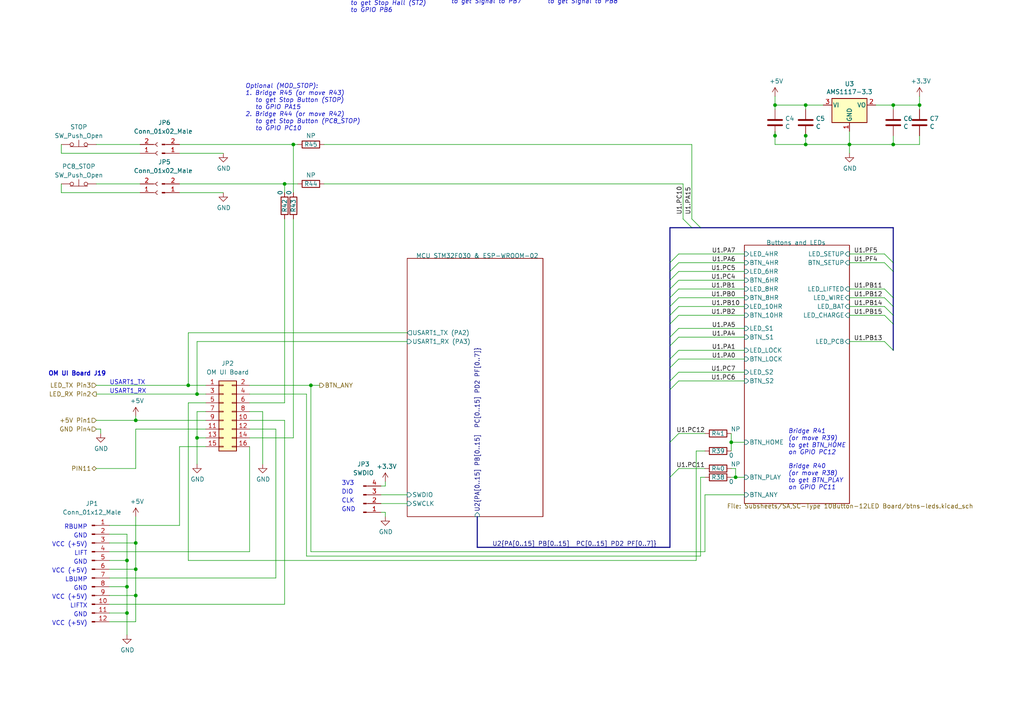
<source format=kicad_sch>
(kicad_sch (version 20211123) (generator eeschema)
  (paper "A4")
  (title_block (title "YardForce SA/SC 10Buttons 12LEDs CoverUI") (date "2023-10-20") (rev "0.1") (comment 1 "(c) Apehaenger") (comment 2 "For https://openmower.de") (comment 3 "RM-ECOW-V1.0.0 2018.06.05 with STM32F030R8T6"))
  (lib_symbols
    (symbol "Connector:Conn_01x02_Female" (pin_names (offset 1.016) hide)
      (property "Reference" "J" (at 0 2.54 0))
      (property "Value" "Conn_01x02_Female" (at 0 -5.08 0))
      (symbol "Conn_01x02_Female_1_1"
        (arc (start 0 -2.032) (mid -0.508 -2.54) (end 0 -3.048) (stroke (width 0.1524)))
        (polyline (pts (xy -1.27 -2.54) (xy -0.508 -2.54)) (stroke (width 0.1524)))
        (polyline (pts (xy -1.27 0) (xy -0.508 0)) (stroke (width 0.1524)))
        (arc (start 0 0.508) (mid -0.508 0) (end 0 -0.508) (stroke (width 0.1524)))
        (pin passive line (at -5.08 0 0) (length 3.81) (name "Pin_1") (number "1"))
        (pin passive line (at -5.08 -2.54 0) (length 3.81) (name "Pin_2") (number "2"))
      )
    )
    (symbol "Connector:Conn_01x02_Male" (pin_names (offset 1.016) hide)
      (property "Reference" "J" (at 0 2.54 0))
      (property "Value" "Conn_01x02_Male" (at 0 -5.08 0))
      (symbol "Conn_01x02_Male_1_1"
        (polyline (pts (xy 1.27 -2.54) (xy 0.8636 -2.54)) (stroke (width 0.1524)))
        (polyline (pts (xy 1.27 0) (xy 0.8636 0)) (stroke (width 0.1524)))
        (rectangle (start 0.8636 -2.413) (end 0 -2.667) (stroke (width 0.1524)) (fill (type outline)))
        (rectangle (start 0.8636 0.127) (end 0 -0.127) (stroke (width 0.1524)) (fill (type outline)))
        (pin passive line (at 5.08 0 180) (length 3.81) (name "Pin_1") (number "1"))
        (pin passive line (at 5.08 -2.54 180) (length 3.81) (name "Pin_2") (number "2"))
      )
    )
    (symbol "Connector:Conn_01x04_Male" (pin_names (offset 1.016) hide)
      (property "Reference" "J" (at 0 5.08 0))
      (property "Value" "Conn_01x04_Male" (at 0 -7.62 0))
      (symbol "Conn_01x04_Male_1_1"
        (polyline (pts (xy 1.27 -5.08) (xy 0.8636 -5.08)) (stroke (width 0.1524)))
        (polyline (pts (xy 1.27 -2.54) (xy 0.8636 -2.54)) (stroke (width 0.1524)))
        (polyline (pts (xy 1.27 0) (xy 0.8636 0)) (stroke (width 0.1524)))
        (polyline (pts (xy 1.27 2.54) (xy 0.8636 2.54)) (stroke (width 0.1524)))
        (rectangle (start 0.8636 -4.953) (end 0 -5.207) (stroke (width 0.1524)) (fill (type outline)))
        (rectangle (start 0.8636 -2.413) (end 0 -2.667) (stroke (width 0.1524)) (fill (type outline)))
        (rectangle (start 0.8636 0.127) (end 0 -0.127) (stroke (width 0.1524)) (fill (type outline)))
        (rectangle (start 0.8636 2.667) (end 0 2.413) (stroke (width 0.1524)) (fill (type outline)))
        (pin passive line (at 5.08 2.54 180) (length 3.81) (name "Pin_1") (number "1"))
        (pin passive line (at 5.08 0 180) (length 3.81) (name "Pin_2") (number "2"))
        (pin passive line (at 5.08 -2.54 180) (length 3.81) (name "Pin_3") (number "3"))
        (pin passive line (at 5.08 -5.08 180) (length 3.81) (name "Pin_4") (number "4"))
      )
    )
    (symbol "Connector:Conn_01x12_Male" (pin_names (offset 1.016) hide)
      (property "Reference" "J" (at 0 15.24 0))
      (property "Value" "Conn_01x12_Male" (at 0 -17.78 0))
      (symbol "Conn_01x12_Male_1_1"
        (polyline (pts (xy 1.27 -15.24) (xy 0.8636 -15.24)) (stroke (width 0.1524)))
        (polyline (pts (xy 1.27 -12.7) (xy 0.8636 -12.7)) (stroke (width 0.1524)))
        (polyline (pts (xy 1.27 -10.16) (xy 0.8636 -10.16)) (stroke (width 0.1524)))
        (polyline (pts (xy 1.27 -7.62) (xy 0.8636 -7.62)) (stroke (width 0.1524)))
        (polyline (pts (xy 1.27 -5.08) (xy 0.8636 -5.08)) (stroke (width 0.1524)))
        (polyline (pts (xy 1.27 -2.54) (xy 0.8636 -2.54)) (stroke (width 0.1524)))
        (polyline (pts (xy 1.27 0) (xy 0.8636 0)) (stroke (width 0.1524)))
        (polyline (pts (xy 1.27 2.54) (xy 0.8636 2.54)) (stroke (width 0.1524)))
        (polyline (pts (xy 1.27 5.08) (xy 0.8636 5.08)) (stroke (width 0.1524)))
        (polyline (pts (xy 1.27 7.62) (xy 0.8636 7.62)) (stroke (width 0.1524)))
        (polyline (pts (xy 1.27 10.16) (xy 0.8636 10.16)) (stroke (width 0.1524)))
        (polyline (pts (xy 1.27 12.7) (xy 0.8636 12.7)) (stroke (width 0.1524)))
        (rectangle (start 0.8636 -15.113) (end 0 -15.367) (stroke (width 0.1524)) (fill (type outline)))
        (rectangle (start 0.8636 -12.573) (end 0 -12.827) (stroke (width 0.1524)) (fill (type outline)))
        (rectangle (start 0.8636 -10.033) (end 0 -10.287) (stroke (width 0.1524)) (fill (type outline)))
        (rectangle (start 0.8636 -7.493) (end 0 -7.747) (stroke (width 0.1524)) (fill (type outline)))
        (rectangle (start 0.8636 -4.953) (end 0 -5.207) (stroke (width 0.1524)) (fill (type outline)))
        (rectangle (start 0.8636 -2.413) (end 0 -2.667) (stroke (width 0.1524)) (fill (type outline)))
        (rectangle (start 0.8636 0.127) (end 0 -0.127) (stroke (width 0.1524)) (fill (type outline)))
        (rectangle (start 0.8636 2.667) (end 0 2.413) (stroke (width 0.1524)) (fill (type outline)))
        (rectangle (start 0.8636 5.207) (end 0 4.953) (stroke (width 0.1524)) (fill (type outline)))
        (rectangle (start 0.8636 7.747) (end 0 7.493) (stroke (width 0.1524)) (fill (type outline)))
        (rectangle (start 0.8636 10.287) (end 0 10.033) (stroke (width 0.1524)) (fill (type outline)))
        (rectangle (start 0.8636 12.827) (end 0 12.573) (stroke (width 0.1524)) (fill (type outline)))
        (pin passive line (at 5.08 12.7 180) (length 3.81) (name "Pin_1") (number "1"))
        (pin passive line (at 5.08 -10.16 180) (length 3.81) (name "Pin_10") (number "10"))
        (pin passive line (at 5.08 -12.7 180) (length 3.81) (name "Pin_11") (number "11"))
        (pin passive line (at 5.08 -15.24 180) (length 3.81) (name "Pin_12") (number "12"))
        (pin passive line (at 5.08 10.16 180) (length 3.81) (name "Pin_2") (number "2"))
        (pin passive line (at 5.08 7.62 180) (length 3.81) (name "Pin_3") (number "3"))
        (pin passive line (at 5.08 5.08 180) (length 3.81) (name "Pin_4") (number "4"))
        (pin passive line (at 5.08 2.54 180) (length 3.81) (name "Pin_5") (number "5"))
        (pin passive line (at 5.08 0 180) (length 3.81) (name "Pin_6") (number "6"))
        (pin passive line (at 5.08 -2.54 180) (length 3.81) (name "Pin_7") (number "7"))
        (pin passive line (at 5.08 -5.08 180) (length 3.81) (name "Pin_8") (number "8"))
        (pin passive line (at 5.08 -7.62 180) (length 3.81) (name "Pin_9") (number "9"))
      )
    )
    (symbol "Connector_Generic:Conn_02x08_Odd_Even" (pin_names (offset 1.016) hide)
      (property "Reference" "J" (at 1.27 10.16 0))
      (property "Value" "Conn_02x08_Odd_Even" (at 1.27 -12.7 0))
      (symbol "Conn_02x08_Odd_Even_1_1"
        (rectangle (start -1.27 -10.033) (end 0 -10.287) (stroke (width 0.1524)))
        (rectangle (start -1.27 -7.493) (end 0 -7.747) (stroke (width 0.1524)))
        (rectangle (start -1.27 -4.953) (end 0 -5.207) (stroke (width 0.1524)))
        (rectangle (start -1.27 -2.413) (end 0 -2.667) (stroke (width 0.1524)))
        (rectangle (start -1.27 0.127) (end 0 -0.127) (stroke (width 0.1524)))
        (rectangle (start -1.27 2.667) (end 0 2.413) (stroke (width 0.1524)))
        (rectangle (start -1.27 5.207) (end 0 4.953) (stroke (width 0.1524)))
        (rectangle (start -1.27 7.747) (end 0 7.493) (stroke (width 0.1524)))
        (rectangle (start -1.27 8.89) (end 3.81 -11.43) (stroke (width 0.254)) (fill (type background)))
        (rectangle (start 3.81 -10.033) (end 2.54 -10.287) (stroke (width 0.1524)))
        (rectangle (start 3.81 -7.493) (end 2.54 -7.747) (stroke (width 0.1524)))
        (rectangle (start 3.81 -4.953) (end 2.54 -5.207) (stroke (width 0.1524)))
        (rectangle (start 3.81 -2.413) (end 2.54 -2.667) (stroke (width 0.1524)))
        (rectangle (start 3.81 0.127) (end 2.54 -0.127) (stroke (width 0.1524)))
        (rectangle (start 3.81 2.667) (end 2.54 2.413) (stroke (width 0.1524)))
        (rectangle (start 3.81 5.207) (end 2.54 4.953) (stroke (width 0.1524)))
        (rectangle (start 3.81 7.747) (end 2.54 7.493) (stroke (width 0.1524)))
        (pin passive line (at -5.08 7.62 0) (length 3.81) (name "Pin_1") (number "1"))
        (pin passive line (at 7.62 -2.54 180) (length 3.81) (name "Pin_10") (number "10"))
        (pin passive line (at -5.08 -5.08 0) (length 3.81) (name "Pin_11") (number "11"))
        (pin passive line (at 7.62 -5.08 180) (length 3.81) (name "Pin_12") (number "12"))
        (pin passive line (at -5.08 -7.62 0) (length 3.81) (name "Pin_13") (number "13"))
        (pin passive line (at 7.62 -7.62 180) (length 3.81) (name "Pin_14") (number "14"))
        (pin passive line (at -5.08 -10.16 0) (length 3.81) (name "Pin_15") (number "15"))
        (pin passive line (at 7.62 -10.16 180) (length 3.81) (name "Pin_16") (number "16"))
        (pin passive line (at 7.62 7.62 180) (length 3.81) (name "Pin_2") (number "2"))
        (pin passive line (at -5.08 5.08 0) (length 3.81) (name "Pin_3") (number "3"))
        (pin passive line (at 7.62 5.08 180) (length 3.81) (name "Pin_4") (number "4"))
        (pin passive line (at -5.08 2.54 0) (length 3.81) (name "Pin_5") (number "5"))
        (pin passive line (at 7.62 2.54 180) (length 3.81) (name "Pin_6") (number "6"))
        (pin passive line (at -5.08 0 0) (length 3.81) (name "Pin_7") (number "7"))
        (pin passive line (at 7.62 0 180) (length 3.81) (name "Pin_8") (number "8"))
        (pin passive line (at -5.08 -2.54 0) (length 3.81) (name "Pin_9") (number "9"))
      )
    )
    (symbol "Device:C" (pin_numbers hide) (pin_names (offset 0.254))
      (property "Reference" "C" (at 0.635 2.54 0))
      (property "Value" "C" (at 0.635 -2.54 0))
      (symbol "C_0_1"
        (polyline (pts (xy -2.032 -0.762) (xy 2.032 -0.762)) (stroke (width 0.508)))
        (polyline (pts (xy -2.032 0.762) (xy 2.032 0.762)) (stroke (width 0.508)))
      )
      (symbol "C_1_1"
        (pin passive line (at 0 3.81 270) (length 2.794) (name "~") (number "1"))
        (pin passive line (at 0 -3.81 90) (length 2.794) (name "~") (number "2"))
      )
    )
    (symbol "Device:R" (pin_numbers hide) (pin_names (offset 0))
      (property "Reference" "R" (at 2.032 0 90))
      (property "Value" "R" (at 0 0 90))
      (symbol "R_0_1"
        (rectangle (start -1.016 -2.54) (end 1.016 2.54) (stroke (width 0.254)))
      )
      (symbol "R_1_1"
        (pin passive line (at 0 3.81 270) (length 1.27) (name "~") (number "1"))
        (pin passive line (at 0 -3.81 90) (length 1.27) (name "~") (number "2"))
      )
    )
    (symbol "Regulator_Linear:AMS1117-3.3" (pin_names (offset 0.254))
      (property "Reference" "U" (at -3.81 3.175 0))
      (property "Value" "AMS1117-3.3" (at 0 3.175 0))
      (symbol "AMS1117-3.3_0_1"
        (rectangle (start -5.08 -5.08) (end 5.08 1.905) (stroke (width 0.254)) (fill (type background)))
      )
      (symbol "AMS1117-3.3_1_1"
        (pin power_in line (at 0 -7.62 90) (length 2.54) (name "GND") (number "1"))
        (pin power_out line (at 7.62 0 180) (length 2.54) (name "VO") (number "2"))
        (pin power_in line (at -7.62 0 0) (length 2.54) (name "VI") (number "3"))
      )
    )
    (symbol "Switch:SW_Push_Open" (pin_numbers hide) (pin_names (offset 1.016) hide)
      (property "Reference" "SW" (at 0 2.54 0))
      (property "Value" "SW_Push_Open" (at 0 -1.905 0))
      (symbol "SW_Push_Open_0_1"
        (circle (center -2.032 0) (radius 0.508))
        (polyline (pts (xy -2.54 -0.635) (xy 2.54 -0.635)))
        (polyline (pts (xy 0 -0.635) (xy 0 1.27)))
        (circle (center 2.032 0) (radius 0.508))
        (pin passive line (at -5.08 0 0) (length 2.54) (name "A") (number "1"))
      )
      (symbol "SW_Push_Open_1_1"
        (pin passive line (at 5.08 0 180) (length 2.54) (name "B") (number "2"))
      )
    )
    (symbol "power:+3.3V" (power) (pin_names (offset 0))
      (property "Value" "+3.3V" (at 0 3.556 0))
      (symbol "+3.3V_0_1"
        (polyline (pts (xy -0.762 1.27) (xy 0 2.54)))
        (polyline (pts (xy 0 0) (xy 0 2.54)))
        (polyline (pts (xy 0 2.54) (xy 0.762 1.27)))
      )
      (symbol "+3.3V_1_1"
        (pin power_in line (at 0 0 90) (length 0) hide (name "+3.3V") (number "1"))
      )
    )
    (symbol "power:+5V" (power) (pin_names (offset 0))
      (property "Value" "+5V" (at 0 3.556 0))
      (symbol "+5V_0_1"
        (polyline (pts (xy -0.762 1.27) (xy 0 2.54)))
        (polyline (pts (xy 0 0) (xy 0 2.54)))
        (polyline (pts (xy 0 2.54) (xy 0.762 1.27)))
      )
      (symbol "+5V_1_1"
        (pin power_in line (at 0 0 90) (length 0) hide (name "+5V") (number "1"))
      )
    )
    (symbol "power:GND" (power) (pin_names (offset 0))
      (property "Value" "GND" (at 0 -3.81 0))
      (symbol "GND_0_1"
        (polyline (pts (xy 0 0) (xy 0 -1.27) (xy 1.27 -1.27) (xy 0 -2.54) (xy -1.27 -1.27) (xy 0 -1.27)))
      )
      (symbol "GND_1_1"
        (pin power_in line (at 0 0 270) (length 0) hide (name "GND") (number "1"))
      )
    )
  )
  (junction (at 224.79 39.37))
  (junction (at 57.15 114.3))
  (junction (at 36.83 162.56))
  (junction (at 57.15 127))
  (junction (at 246.38 41.91))
  (junction (at 233.68 41.91))
  (junction (at 36.83 170.18))
  (junction (at 39.37 121.92))
  (junction (at 259.08 41.91))
  (junction (at 259.08 30.48))
  (junction (at 233.68 30.48))
  (junction (at 90.17 111.76))
  (junction (at 39.37 172.72))
  (junction (at 54.61 111.76))
  (junction (at 85.09 41.91))
  (junction (at 36.83 177.8))
  (junction (at 266.7 30.48))
  (junction (at 212.09 128.27))
  (junction (at 82.55 53.34))
  (junction (at 233.68 39.37))
  (junction (at 213.36 138.43))
  (junction (at 39.37 157.48))
  (junction (at 224.79 30.48))
  (junction (at 39.37 165.1))
  (bus_entry (at 194.31 104.14) (size 2.54 -2.54))
  (bus_entry (at 194.31 106.68) (size 2.54 -2.54))
  (bus_entry (at 194.31 83.82) (size 2.54 -2.54))
  (bus_entry (at 194.31 100.33) (size 2.54 -2.54))
  (bus_entry (at 198.12 63.5) (size 2.54 2.54))
  (bus_entry (at 259.08 101.6) (size -2.54 -2.54))
  (bus_entry (at 194.31 88.9) (size 2.54 -2.54))
  (bus_entry (at 194.31 91.44) (size 2.54 -2.54))
  (bus_entry (at 194.31 128.27) (size 2.54 -2.54))
  (bus_entry (at 259.08 88.9) (size -2.54 -2.54))
  (bus_entry (at 194.31 110.49) (size 2.54 -2.54))
  (bus_entry (at 259.08 78.74) (size -2.54 -2.54))
  (bus_entry (at 194.31 97.79) (size 2.54 -2.54))
  (bus_entry (at 194.31 113.03) (size 2.54 -2.54))
  (bus_entry (at 194.31 81.28) (size 2.54 -2.54))
  (bus_entry (at 259.08 93.98) (size -2.54 -2.54))
  (bus_entry (at 259.08 91.44) (size -2.54 -2.54))
  (bus_entry (at 194.31 86.36) (size 2.54 -2.54))
  (bus_entry (at 194.31 93.98) (size 2.54 -2.54))
  (bus_entry (at 200.66 63.5) (size 2.54 2.54))
  (bus_entry (at 194.31 138.43) (size 2.54 -2.54))
  (bus_entry (at 259.08 76.2) (size -2.54 -2.54))
  (bus_entry (at 194.31 76.2) (size 2.54 -2.54))
  (bus_entry (at 259.08 86.36) (size -2.54 -2.54))
  (bus_entry (at 194.31 78.74) (size 2.54 -2.54))
  (wire (pts (xy 246.38 88.9) (xy 256.54 88.9)))
  (wire (pts (xy 266.7 30.48) (xy 266.7 31.75)))
  (wire (pts (xy 90.17 111.76) (xy 90.17 160.02)))
  (wire (pts (xy 57.15 114.3) (xy 59.69 114.3)))
  (wire (pts (xy 224.79 30.48) (xy 224.79 31.75)))
  (bus (pts (xy 194.31 86.36) (xy 194.31 83.82)))
  (wire (pts (xy 196.85 97.79) (xy 215.9 97.79)))
  (wire (pts (xy 54.61 96.52) (xy 118.11 96.52)))
  (wire (pts (xy 52.07 53.34) (xy 82.55 53.34)))
  (wire (pts (xy 196.85 83.82) (xy 215.9 83.82)))
  (wire (pts (xy 201.93 162.56) (xy 201.93 130.81)))
  (wire (pts (xy 212.09 128.27) (xy 212.09 130.81)))
  (wire (pts (xy 213.36 138.43) (xy 215.9 138.43)))
  (wire (pts (xy 40.64 55.88) (xy 17.78 55.88)))
  (wire (pts (xy 233.68 39.37) (xy 233.68 41.91)))
  (wire (pts (xy 93.98 53.34) (xy 198.12 53.34)))
  (wire (pts (xy 27.94 135.89) (xy 39.37 135.89)))
  (wire (pts (xy 233.68 30.48) (xy 238.76 30.48)))
  (wire (pts (xy 86.36 53.34) (xy 82.55 53.34)))
  (wire (pts (xy 31.75 172.72) (xy 39.37 172.72)))
  (wire (pts (xy 82.55 121.92) (xy 72.39 121.92)))
  (wire (pts (xy 72.39 114.3) (xy 88.9 114.3)))
  (wire (pts (xy 85.09 63.5) (xy 85.09 127)))
  (wire (pts (xy 110.49 148.59) (xy 111.76 148.59)))
  (wire (pts (xy 52.07 44.45) (xy 64.77 44.45)))
  (wire (pts (xy 259.08 30.48) (xy 266.7 30.48)))
  (wire (pts (xy 85.09 41.91) (xy 85.09 55.88)))
  (bus (pts (xy 194.31 104.14) (xy 194.31 106.68)))
  (wire (pts (xy 246.38 38.1) (xy 246.38 41.91)))
  (wire (pts (xy 203.2 138.43) (xy 203.2 161.29)))
  (wire (pts (xy 200.66 41.91) (xy 200.66 63.5)))
  (wire (pts (xy 27.94 114.3) (xy 57.15 114.3)))
  (wire (pts (xy 110.49 146.05) (xy 118.11 146.05)))
  (bus (pts (xy 259.08 86.36) (xy 259.08 88.9)))
  (bus (pts (xy 194.31 81.28) (xy 194.31 83.82)))
  (wire (pts (xy 27.94 111.76) (xy 54.61 111.76)))
  (wire (pts (xy 39.37 121.92) (xy 59.69 121.92)))
  (wire (pts (xy 203.2 138.43) (xy 204.47 138.43)))
  (wire (pts (xy 246.38 86.36) (xy 256.54 86.36)))
  (wire (pts (xy 224.79 39.37) (xy 224.79 41.91)))
  (wire (pts (xy 196.85 76.2) (xy 215.9 76.2)))
  (wire (pts (xy 196.85 125.73) (xy 204.47 125.73)))
  (wire (pts (xy 93.98 41.91) (xy 200.66 41.91)))
  (wire (pts (xy 29.21 124.46) (xy 29.21 125.73)))
  (wire (pts (xy 266.7 41.91) (xy 266.7 39.37)))
  (wire (pts (xy 212.09 138.43) (xy 213.36 138.43)))
  (wire (pts (xy 233.68 41.91) (xy 246.38 41.91)))
  (wire (pts (xy 90.17 111.76) (xy 92.71 111.76)))
  (wire (pts (xy 54.61 96.52) (xy 54.61 111.76)))
  (bus (pts (xy 259.08 76.2) (xy 259.08 78.74)))
  (wire (pts (xy 76.2 119.38) (xy 76.2 134.62)))
  (wire (pts (xy 31.75 175.26) (xy 82.55 175.26)))
  (wire (pts (xy 110.49 143.51) (xy 118.11 143.51)))
  (wire (pts (xy 196.85 107.95) (xy 215.9 107.95)))
  (wire (pts (xy 196.85 135.89) (xy 204.47 135.89)))
  (wire (pts (xy 224.79 30.48) (xy 233.68 30.48)))
  (wire (pts (xy 196.85 81.28) (xy 215.9 81.28)))
  (wire (pts (xy 196.85 104.14) (xy 215.9 104.14)))
  (wire (pts (xy 110.49 140.97) (xy 111.76 140.97)))
  (wire (pts (xy 196.85 101.6) (xy 215.9 101.6)))
  (wire (pts (xy 246.38 41.91) (xy 259.08 41.91)))
  (wire (pts (xy 246.38 73.66) (xy 256.54 73.66)))
  (wire (pts (xy 59.69 116.84) (xy 54.61 116.84)))
  (wire (pts (xy 72.39 111.76) (xy 90.17 111.76)))
  (wire (pts (xy 201.93 162.56) (xy 54.61 162.56)))
  (wire (pts (xy 254 30.48) (xy 259.08 30.48)))
  (wire (pts (xy 259.08 41.91) (xy 266.7 41.91)))
  (bus (pts (xy 194.31 138.43) (xy 194.31 158.75)))
  (wire (pts (xy 82.55 116.84) (xy 72.39 116.84)))
  (wire (pts (xy 72.39 119.38) (xy 76.2 119.38)))
  (wire (pts (xy 90.17 160.02) (xy 204.47 160.02)))
  (bus (pts (xy 259.08 88.9) (xy 259.08 91.44)))
  (wire (pts (xy 59.69 119.38) (xy 57.15 119.38)))
  (wire (pts (xy 233.68 38.1) (xy 233.68 39.37)))
  (wire (pts (xy 196.85 110.49) (xy 215.9 110.49)))
  (wire (pts (xy 39.37 135.89) (xy 39.37 124.46)))
  (bus (pts (xy 194.31 110.49) (xy 194.31 113.03)))
  (bus (pts (xy 194.31 86.36) (xy 194.31 88.9)))
  (bus (pts (xy 194.31 128.27) (xy 194.31 138.43)))
  (wire (pts (xy 39.37 120.65) (xy 39.37 121.92)))
  (wire (pts (xy 57.15 99.06) (xy 118.11 99.06)))
  (bus (pts (xy 194.31 91.44) (xy 194.31 93.98)))
  (wire (pts (xy 31.75 154.94) (xy 36.83 154.94)))
  (wire (pts (xy 57.15 127) (xy 59.69 127)))
  (bus (pts (xy 194.31 100.33) (xy 194.31 104.14)))
  (wire (pts (xy 82.55 175.26) (xy 82.55 121.92)))
  (wire (pts (xy 40.64 44.45) (xy 17.78 44.45)))
  (wire (pts (xy 213.36 135.89) (xy 213.36 138.43)))
  (wire (pts (xy 80.01 167.64) (xy 80.01 124.46)))
  (wire (pts (xy 204.47 143.51) (xy 215.9 143.51)))
  (bus (pts (xy 194.31 113.03) (xy 194.31 128.27)))
  (wire (pts (xy 224.79 30.48) (xy 224.79 27.94)))
  (bus (pts (xy 194.31 106.68) (xy 194.31 110.49)))
  (bus (pts (xy 194.31 88.9) (xy 194.31 91.44)))
  (wire (pts (xy 246.38 76.2) (xy 256.54 76.2)))
  (wire (pts (xy 72.39 160.02) (xy 72.39 129.54)))
  (wire (pts (xy 203.2 161.29) (xy 88.9 161.29)))
  (wire (pts (xy 246.38 41.91) (xy 246.38 44.45)))
  (wire (pts (xy 31.75 162.56) (xy 36.83 162.56)))
  (wire (pts (xy 82.55 53.34) (xy 82.55 55.88)))
  (wire (pts (xy 224.79 41.91) (xy 233.68 41.91)))
  (bus (pts (xy 259.08 91.44) (xy 259.08 93.98)))
  (bus (pts (xy 194.31 97.79) (xy 194.31 100.33)))
  (wire (pts (xy 196.85 86.36) (xy 215.9 86.36)))
  (bus (pts (xy 203.2 66.04) (xy 259.08 66.04)))
  (wire (pts (xy 213.36 135.89) (xy 212.09 135.89)))
  (wire (pts (xy 39.37 149.86) (xy 39.37 157.48)))
  (bus (pts (xy 200.66 66.04) (xy 203.2 66.04)))
  (wire (pts (xy 39.37 124.46) (xy 59.69 124.46)))
  (wire (pts (xy 31.75 177.8) (xy 36.83 177.8)))
  (wire (pts (xy 196.85 91.44) (xy 215.9 91.44)))
  (wire (pts (xy 31.75 152.4) (xy 52.07 152.4)))
  (wire (pts (xy 27.94 124.46) (xy 29.21 124.46)))
  (wire (pts (xy 54.61 116.84) (xy 54.61 162.56)))
  (wire (pts (xy 196.85 78.74) (xy 215.9 78.74)))
  (wire (pts (xy 17.78 44.45) (xy 17.78 41.91)))
  (bus (pts (xy 194.31 66.04) (xy 200.66 66.04)))
  (bus (pts (xy 138.43 158.75) (xy 138.43 149.86)))
  (wire (pts (xy 31.75 167.64) (xy 80.01 167.64)))
  (wire (pts (xy 31.75 160.02) (xy 72.39 160.02)))
  (bus (pts (xy 194.31 76.2) (xy 194.31 78.74)))
  (wire (pts (xy 36.83 170.18) (xy 36.83 177.8)))
  (wire (pts (xy 246.38 99.06) (xy 256.54 99.06)))
  (wire (pts (xy 196.85 95.25) (xy 215.9 95.25)))
  (wire (pts (xy 85.09 41.91) (xy 86.36 41.91)))
  (bus (pts (xy 194.31 76.2) (xy 194.31 66.04)))
  (wire (pts (xy 52.07 152.4) (xy 52.07 129.54)))
  (wire (pts (xy 80.01 124.46) (xy 72.39 124.46)))
  (wire (pts (xy 27.94 53.34) (xy 40.64 53.34)))
  (wire (pts (xy 52.07 41.91) (xy 85.09 41.91)))
  (wire (pts (xy 36.83 154.94) (xy 36.83 162.56)))
  (wire (pts (xy 57.15 99.06) (xy 57.15 114.3)))
  (wire (pts (xy 17.78 55.88) (xy 17.78 53.34)))
  (wire (pts (xy 39.37 165.1) (xy 39.37 157.48)))
  (wire (pts (xy 196.85 88.9) (xy 215.9 88.9)))
  (bus (pts (xy 259.08 78.74) (xy 259.08 86.36)))
  (bus (pts (xy 259.08 93.98) (xy 259.08 101.6)))
  (wire (pts (xy 39.37 172.72) (xy 39.37 165.1)))
  (wire (pts (xy 246.38 91.44) (xy 256.54 91.44)))
  (wire (pts (xy 52.07 55.88) (xy 64.77 55.88)))
  (wire (pts (xy 31.75 170.18) (xy 36.83 170.18)))
  (wire (pts (xy 31.75 180.34) (xy 39.37 180.34)))
  (wire (pts (xy 246.38 83.82) (xy 256.54 83.82)))
  (wire (pts (xy 31.75 157.48) (xy 39.37 157.48)))
  (bus (pts (xy 194.31 93.98) (xy 194.31 97.79)))
  (wire (pts (xy 57.15 119.38) (xy 57.15 127)))
  (wire (pts (xy 88.9 114.3) (xy 88.9 161.29)))
  (wire (pts (xy 233.68 31.75) (xy 233.68 30.48)))
  (wire (pts (xy 85.09 127) (xy 72.39 127)))
  (wire (pts (xy 111.76 140.97) (xy 111.76 139.7)))
  (wire (pts (xy 198.12 53.34) (xy 198.12 63.5)))
  (wire (pts (xy 52.07 129.54) (xy 59.69 129.54)))
  (bus (pts (xy 259.08 66.04) (xy 259.08 76.2)))
  (wire (pts (xy 212.09 125.73) (xy 212.09 128.27)))
  (wire (pts (xy 36.83 162.56) (xy 36.83 170.18)))
  (bus (pts (xy 138.43 158.75) (xy 194.31 158.75)))
  (wire (pts (xy 212.09 128.27) (xy 215.9 128.27)))
  (wire (pts (xy 201.93 130.81) (xy 204.47 130.81)))
  (wire (pts (xy 259.08 30.48) (xy 259.08 31.75)))
  (wire (pts (xy 224.79 38.1) (xy 224.79 39.37)))
  (wire (pts (xy 266.7 30.48) (xy 266.7 27.94)))
  (wire (pts (xy 54.61 111.76) (xy 59.69 111.76)))
  (wire (pts (xy 31.75 165.1) (xy 39.37 165.1)))
  (wire (pts (xy 111.76 148.59) (xy 111.76 149.86)))
  (wire (pts (xy 39.37 180.34) (xy 39.37 172.72)))
  (wire (pts (xy 82.55 63.5) (xy 82.55 116.84)))
  (wire (pts (xy 27.94 121.92) (xy 39.37 121.92)))
  (bus (pts (xy 194.31 78.74) (xy 194.31 81.28)))
  (wire (pts (xy 36.83 177.8) (xy 36.83 184.15)))
  (wire (pts (xy 27.94 41.91) (xy 40.64 41.91)))
  (wire (pts (xy 57.15 127) (xy 57.15 134.62)))
  (wire (pts (xy 196.85 73.66) (xy 215.9 73.66)))
  (wire (pts (xy 259.08 39.37) (xy 259.08 41.91)))
  (wire (pts (xy 204.47 160.02) (xy 204.47 143.51)))
  (text "DIO" (at 99.06 143.51 0) (effects (font (size 1.27 1.27)) (justify left bottom)))
  (text "USART1_TX" (at 31.75 111.76 0) (effects (font (size 1.27 1.27)) (justify left bottom)))
  (text "3V3" (at 99.06 140.97 0) (effects (font (size 1.27 1.27)) (justify left bottom)))
  (text "VCC (+5V)" (at 25.4 166.37 180) (effects (font (size 1.27 1.27)) (justify right bottom)))
  (text "GND" (at 25.4 171.45 180) (effects (font (size 1.27 1.27)) (justify right bottom)))
  (text "OM UI Board J19" (at 13.97 109.22 0) (effects (font (size 1.27 1.27) (thickness 0.254) bold) (justify left bottom)))
  (text "GND" (at 25.4 179.07 180) (effects (font (size 1.27 1.27)) (justify right bottom)))
  (text "RBUMP" (at 25.4 153.67 180) (effects (font (size 1.27 1.27)) (justify right bottom)))
  (text "CLK" (at 99.06 146.05 0) (effects (font (size 1.27 1.27)) (justify left bottom)))
  (text "LBUMP" (at 25.4 168.91 180) (effects (font (size 1.27 1.27)) (justify right bottom)))
  (text "LIFTX" (at 25.4 176.53 180) (effects (font (size 1.27 1.27)) (justify right bottom)))
  (text "Bridge R40\n(or move R38)\nto get BTN_PLAY\non GPIO PC11" (at 228.6 142.24 0) (effects (font (size 1.27 1.27) italic) (justify left bottom)))
  (text "VCC (+5V)" (at 25.4 158.75 180) (effects (font (size 1.27 1.27)) (justify right bottom)))
  (text "GND" (at 25.4 163.83 180) (effects (font (size 1.27 1.27)) (justify right bottom)))
  (text "GND" (at 99.06 148.59 0) (effects (font (size 1.27 1.27)) (justify left bottom)))
  (text "LIFT" (at 25.4 161.29 180) (effects (font (size 1.27 1.27)) (justify right bottom)))
  (text "Bridge R41\n(or move R39)\nto get BTN_HOME\non GPIO PC12" (at 228.6 132.08 0) (effects (font (size 1.27 1.27) italic) (justify left bottom)))
  (text "VCC (+5V)" (at 25.4 173.99 180) (effects (font (size 1.27 1.27)) (justify right bottom)))
  (text "GND" (at 25.4 156.21 180) (effects (font (size 1.27 1.27)) (justify right bottom)))
  (text "Optional (MOD_HALL):\nSolder Cable from R74/Q5\nto U5 (Pin 2)\nto get Stop Hall (ST2)\nto GPIO PB6" (at 101.6 3.81 0) (effects (font (size 1.27 1.27) italic) (justify left bottom)))
  (text "Optional (MOD_HALL):\nSolder Cable from R83/Q6\nto U5/Pin-10\nto get Signal to PB8" (at 158.75 1.27 0) (effects (font (size 1.27 1.27) italic) (justify left bottom)))
  (text "USART1_RX" (at 31.75 114.3 0) (effects (font (size 1.27 1.27)) (justify left bottom)))
  (text "Optional (MOD_HALL):\nSolder Cable fro R61/Q4\nto U5/Pin-3\nto get Signal to PB7" (at 130.81 1.27 0) (effects (font (size 1.27 1.27) italic) (justify left bottom)))
  (text "Optional (MOD_STOP):\n1. Bridge R45 (or move R43)\n   to get Stop Button (STOP)\n   to GPIO PA15\n2. Bridge R44 (or move R42)\n   to get Stop Button (PC8_STOP)\n   to GPIO PC10" (at 71.12 38.1 0) (effects (font (size 1.27 1.27) italic) (justify left bottom)))
  (text "VCC (+5V)" (at 25.4 181.61 180) (effects (font (size 1.27 1.27)) (justify right bottom)))
  (label "U1.PA4" (at 213.36 97.79 180))
  (label "U1.PB10" (at 214.63 88.9 180))
  (label "U1.PC7" (at 213.36 107.95 180))
  (label "U1.PB1" (at 213.36 83.82 180))
  (label "U1.PA6" (at 213.36 76.2 180))
  (label "U1.PF5" (at 247.65 73.66 0))
  (label "U1.PB13" (at 247.65 99.06 0))
  (label "U1.PC6" (at 213.36 110.49 180))
  (label "U1.PC4" (at 213.36 81.28 180))
  (label "U1.PA0" (at 213.36 104.14 180))
  (label "U2{PA[0..15] PB[0..15]  PC[0..15] PD2 PF[0..7]}" (at 190.5 158.75 180))
  (label "U1.PF4" (at 247.65 76.2 0))
  (label "U1.PA5" (at 213.36 95.25 180))
  (label "U1.PA7" (at 213.36 73.66 180))
  (label "U1.PC11" (at 204.47 135.89 180))
  (label "U1.PC10" (at 198.12 62.23 90))
  (label "U1.PB2" (at 213.36 91.44 180))
  (label "U1.PB12" (at 247.65 86.36 0))
  (label "U1.PC5" (at 213.36 78.74 180))
  (label "U1.PB11" (at 247.65 83.82 0))
  (label "U1.PB15" (at 247.65 91.44 0))
  (label "U1.PB0" (at 213.36 86.36 180))
  (label "U1.PC12" (at 204.47 125.73 180))
  (label "U1.PA1" (at 213.36 101.6 180))
  (label "U1.PA15" (at 200.66 62.23 90))
  (label "U1.PB14" (at 247.65 88.9 0))
  (hierarchical_label "GND Pin4" (shape input) (at 27.94 124.46 180))
  (hierarchical_label "LED_TX Pin3" (shape input) (at 27.94 111.76 180))
  (hierarchical_label "BTN_ANY" (shape output) (at 92.71 111.76 0))
  (hierarchical_label "LED_RX Pin2" (shape output) (at 27.94 114.3 180))
  (hierarchical_label "PIN11" (shape bidirectional) (at 27.94 135.89 180))
  (hierarchical_label "+5V Pin1" (shape input) (at 27.94 121.92 180))
  (symbol (lib_id "Device:R") (at 85.09 59.69 180) (unit 1) (in_bom no) (on_board no)
    (property "Reference" "R43" (at 85.09 59.69 90))
    (property "Value" "0" (at 83.82 55.88 90))
  )
  (symbol (lib_id "Connector:Conn_01x04_Male") (at 105.41 146.05 0) (mirror x) (unit 1)
    (property "Reference" "JP3" (at 105.41 134.62 0))
    (property "Value" "SWDIO" (at 105.41 137.16 0))
  )
  (symbol (lib_id "power:+5V") (at 39.37 120.65 0) (unit 1)
    (property "Reference" "#PWR?" (effects hide))
    (property "Value" "+5V" (at 39.751 116.2558 0))
  )
  (symbol (lib_id "Device:C") (at 266.7 35.56 0) (unit 1)
    (property "Reference" "C7" (at 269.621 34.3916 0) (effects (justify left)))
    (property "Value" "C" (at 269.621 36.703 0) (effects (justify left)))
  )
  (symbol (lib_id "Device:C") (at 233.68 35.56 0) (unit 1)
    (property "Reference" "C5" (at 236.601 34.3916 0) (effects (justify left)))
    (property "Value" "C" (at 236.601 36.703 0) (effects (justify left)))
  )
  (symbol (lib_id "Connector_Generic:Conn_02x08_Odd_Even") (at 64.77 119.38 0) (unit 1)
    (property "Reference" "JP2" (at 66.04 105.41 0))
    (property "Value" "OM UI Board" (at 66.04 107.95 0))
  )
  (symbol (lib_id "power:GND") (at 64.77 55.88 0) (unit 1)
    (property "Reference" "#PWR?" (effects hide))
    (property "Value" "GND" (at 64.897 60.2742 0))
  )
  (symbol (lib_id "Device:R") (at 208.28 130.81 270) (unit 1)
    (property "Reference" "R39" (at 208.28 130.81 90))
    (property "Value" "0" (at 212.09 132.08 90))
  )
  (symbol (lib_id "Regulator_Linear:AMS1117-3.3") (at 246.38 30.48 0) (unit 1)
    (property "Reference" "U3" (at 246.38 24.3332 0))
    (property "Value" "AMS1117-3.3" (at 246.38 26.6446 0))
    (property "Footprint" "Package_TO_SOT_SMD:SOT-223-3_TabPin2" (effects hide))
    (property "Datasheet" "http://www.advanced-monolithic.com/pdf/ds1117.pdf" (effects hide))
  )
  (symbol (lib_id "Device:R") (at 208.28 138.43 270) (unit 1)
    (property "Reference" "R38" (at 208.28 138.43 90))
    (property "Value" "0" (at 212.09 139.7 90))
  )
  (symbol (lib_id "Connector:Conn_01x02_Male") (at 46.99 55.88 0) (mirror x) (unit 1)
    (property "Reference" "JP5" (at 49.53 46.99 0) (effects (justify right)))
    (property "Value" "Conn_01x02_Male" (at 55.88 49.53 0) (effects (justify right)))
  )
  (symbol (lib_id "Connector:Conn_01x02_Female") (at 45.72 44.45 0) (mirror x) (unit 1)
    (property "Reference" "J?" (effects hide))
    (property "Value" "Conn_01x02_Female" (effects hide))
  )
  (symbol (lib_id "Switch:SW_Push_Open") (at 22.86 41.91 0) (unit 1)
    (property "Reference" "STOP" (at 22.86 36.83 0))
    (property "Value" "SW_Push_Open" (at 22.86 39.37 0))
  )
  (symbol (lib_id "power:+3.3V") (at 111.76 139.7 0) (unit 1)
    (property "Reference" "#PWR?" (effects hide))
    (property "Value" "+3.3V" (at 112.141 135.3058 0))
  )
  (symbol (lib_id "power:+3.3V") (at 266.7 27.94 0) (unit 1)
    (property "Reference" "#PWR?" (effects hide))
    (property "Value" "+3.3V" (at 267.081 23.5458 0))
  )
  (symbol (lib_id "power:GND") (at 36.83 184.15 0) (unit 1)
    (property "Reference" "#PWR?" (effects hide))
    (property "Value" "GND" (at 36.957 188.5442 0))
  )
  (symbol (lib_id "power:GND") (at 76.2 134.62 0) (unit 1)
    (property "Reference" "#PWR?" (effects hide))
    (property "Value" "GND" (at 76.327 139.0142 0))
  )
  (symbol (lib_id "power:+5V") (at 224.79 27.94 0) (unit 1)
    (property "Reference" "#PWR?" (effects hide))
    (property "Value" "+5V" (at 225.171 23.5458 0))
  )
  (symbol (lib_id "Connector:Conn_01x12_Male") (at 26.67 165.1 0) (unit 1)
    (property "Reference" "JP1" (at 26.67 146.05 0))
    (property "Value" "Conn_01x12_Male" (at 26.67 148.59 0))
  )
  (symbol (lib_id "power:GND") (at 57.15 134.62 0) (unit 1)
    (property "Reference" "#PWR?" (effects hide))
    (property "Value" "GND" (at 57.277 139.0142 0))
  )
  (symbol (lib_id "Device:C") (at 224.79 35.56 0) (unit 1)
    (property "Reference" "C4" (at 227.711 34.3916 0) (effects (justify left)))
    (property "Value" "C" (at 227.711 36.703 0) (effects (justify left)))
  )
  (symbol (lib_id "power:GND") (at 111.76 149.86 0) (unit 1)
    (property "Reference" "#PWR?" (effects hide))
    (property "Value" "GND" (at 111.887 154.2542 0))
  )
  (symbol (lib_id "power:GND") (at 29.21 125.73 0) (unit 1)
    (property "Reference" "#PWR?" (effects hide))
    (property "Value" "GND" (at 29.337 130.1242 0))
  )
  (symbol (lib_id "Connector:Conn_01x02_Male") (at 46.99 44.45 0) (mirror x) (unit 1)
    (property "Reference" "JP6" (at 49.53 35.56 0) (effects (justify right)))
    (property "Value" "Conn_01x02_Male" (at 55.88 38.1 0) (effects (justify right)))
  )
  (symbol (lib_id "Switch:SW_Push_Open") (at 22.86 53.34 0) (unit 1)
    (property "Reference" "PC8_STOP" (at 22.86 48.26 0))
    (property "Value" "SW_Push_Open" (at 22.86 50.8 0))
  )
  (symbol (lib_id "Connector:Conn_01x02_Female") (at 45.72 55.88 0) (mirror x) (unit 1)
    (property "Reference" "J?" (effects hide))
    (property "Value" "Conn_01x02_Female" (effects hide))
  )
  (symbol (lib_id "power:+5V") (at 39.37 149.86 0) (unit 1)
    (property "Reference" "#PWR?" (effects hide))
    (property "Value" "+5V" (at 39.751 145.4658 0))
  )
  (symbol (lib_id "Device:C") (at 259.08 35.56 0) (unit 1)
    (property "Reference" "C6" (at 262.001 34.3916 0) (effects (justify left)))
    (property "Value" "C" (at 262.001 36.703 0) (effects (justify left)))
  )
  (symbol (lib_id "power:GND") (at 246.38 44.45 0) (unit 1)
    (property "Reference" "#PWR?" (effects hide))
    (property "Value" "GND" (at 246.507 48.8442 0))
  )
  (symbol (lib_id "Device:R") (at 90.17 41.91 270) (unit 1) (in_bom no) (on_board no)
    (property "Reference" "R45" (at 90.17 41.91 90))
    (property "Value" "NP" (at 90.17 39.37 90))
  )
  (symbol (lib_id "Device:R") (at 208.28 135.89 90) (unit 1)
    (property "Reference" "R40" (at 208.28 135.89 90))
    (property "Value" "NP" (at 213.36 134.62 90))
  )
  (symbol (lib_id "Device:R") (at 82.55 59.69 180) (unit 1) (in_bom no) (on_board no)
    (property "Reference" "R42" (at 82.55 59.69 90))
    (property "Value" "0" (at 81.28 55.88 90))
  )
  (symbol (lib_id "Device:R") (at 208.28 125.73 90) (unit 1)
    (property "Reference" "R41" (at 208.28 125.73 90))
    (property "Value" "NP" (at 213.36 124.46 90))
  )
  (symbol (lib_id "Device:R") (at 90.17 53.34 270) (unit 1) (in_bom no) (on_board no)
    (property "Reference" "R44" (at 90.17 53.34 90))
    (property "Value" "NP" (at 90.17 50.8 90))
  )
  (symbol (lib_id "power:GND") (at 64.77 44.45 0) (unit 1)
    (property "Reference" "#PWR?" (effects hide))
    (property "Value" "GND" (at 64.897 48.8442 0))
  )
  (sheet (at 118.11 74.93) (size 39.37 74.93) (stroke (width 0.1524))
    (property "Sheet name" "MCU STM32F030 & ESP-WROOM-02" (at 138.43 74.93 0) (effects (justify bottom)))
    (property "Sheet file" "Subsheets/SA,SC-Type 10Button-12LED Board/mcu_stm32f030.kicad_sch" (effects hide))
    (pin "USART1_TX (PA2)" output (at 118.11 96.52 180))
    (pin "USART1_RX (PA3)" input (at 118.11 99.06 180))
    (pin "SWDIO" input (at 118.11 143.51 180))
    (pin "SWCLK" input (at 118.11 146.05 180))
    (pin "U2{PA[0..15] PB[0..15]  PC[0..15] PD2 PF[0..7]}" input (at 138.43 149.86 270))
  )
  (sheet (at 215.9 71.12) (size 30.48 74.93) (stroke (width 0.1524))
    (property "Sheet name" "Buttons and LEDs" (at 222.25 71.12 0) (effects (justify left bottom)))
    (property "Sheet file" "Subsheets/SA,SC-Type 10Button-12LED Board/btns-leds.kicad_sch" (at 210.82 146.05 0) (effects (justify left top)))
    (pin "BTN_PLAY" input (at 215.9 138.43 180))
    (pin "BTN_S1" input (at 215.9 97.79 180))
    (pin "LED_S1" input (at 215.9 95.25 180))
    (pin "LED_4HR" input (at 215.9 73.66 180))
    (pin "BTN_HOME" input (at 215.9 128.27 180))
    (pin "BTN_S2" input (at 215.9 110.49 180))
    (pin "LED_S2" input (at 215.9 107.95 180))
    (pin "LED_6HR" input (at 215.9 78.74 180))
    (pin "LED_8HR" input (at 215.9 83.82 180))
    (pin "LED_LOCK" input (at 215.9 101.6 180))
    (pin "BTN_LOCK" input (at 215.9 104.14 180))
    (pin "BTN_ANY" input (at 215.9 143.51 180))
    (pin "LED_PCB" input (at 246.38 99.06 0))
    (pin "LED_CHARGE" input (at 246.38 91.44 0))
    (pin "LED_BAT" input (at 246.38 88.9 0))
    (pin "LED_WIRE" input (at 246.38 86.36 0))
    (pin "LED_LIFTED" input (at 246.38 83.82 0))
    (pin "LED_SETUP" input (at 246.38 73.66 0))
    (pin "BTN_8HR" input (at 215.9 86.36 180))
    (pin "BTN_10HR" input (at 215.9 91.44 180))
    (pin "BTN_SETUP" input (at 246.38 76.2 0))
    (pin "LED_10HR" input (at 215.9 88.9 180))
    (pin "BTN_4HR" input (at 215.9 76.2 180))
    (pin "BTN_6HR" input (at 215.9 81.28 180))
  )
)
</source>
